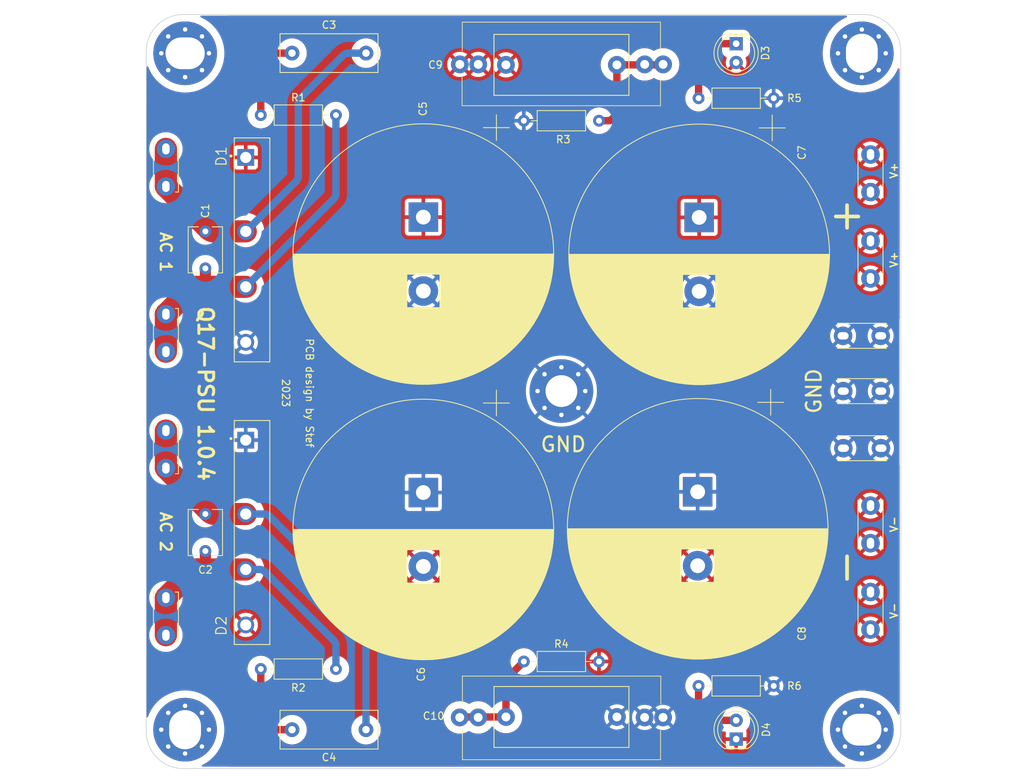
<source format=kicad_pcb>
(kicad_pcb (version 20221018) (generator pcbnew)
  (title_block (title "Q17 Power Supply") (date "2023-09-06") (rev "1.0.4") (company "by stef"))
  (layers (0 "F.Cu" signal) (31 "B.Cu" signal) (34 "B.Paste" user) (35 "F.Paste" user) (36 "B.SilkS" user "B.Silkscreen") (37 "F.SilkS" user "F.Silkscreen") (38 "B.Mask" user) (39 "F.Mask" user) (44 "Edge.Cuts" user))
  (net 0 "")
  (net 1 "GNDPWR")
  (net 2 "Net-(J1-1-Pin_1)")
  (net 3 "Net-(J1-3-Pin_1)")
  (net 4 "Net-(J1-2-Pin_1)")
  (net 5 "Net-(J1-4-Pin_1)")
  (net 6 "Net-(D3-K)")
  (net 7 "Net-(D4-A)")
  (net 8 "Net-(C3-Pad2)")
  (net 9 "Net-(C4-Pad2)")
  (net 10 "Net-(C9-Pad2)")
  (net 11 "Net-(C10-Pad2)")
  (net 12 "Net-(D3-A)")
  (net 13 "Net-(D4-K)")
  (footprint "Capacitor_THT:C_Rect_L13.0mm_W5.0mm_P10.00mm_FKS3_FKP3_MKS4" (layer "F.Cu") (at 127.762 45.212 180)
    (fp_text reference "C3" (at 5 3.81 180) (layer "F.SilkS"))
    (fp_text value "10nF")
    (pad "1" thru_hole circle (at 0 0 180) (size 2 2) (drill 1) (layers "*.Cu" "*.Mask") (net 2 "Net-(J1-1-Pin_1)"))
    (pad "2" thru_hole circle (at 10 0 180) (size 2 2) (drill 1) (layers "*.Cu" "*.Mask") (net 8 "Net-(C3-Pad2)"))
  )
  (footprint "Q17_Library:DIOB_GBJ2510" (layer "F.Cu") (at 112.356 110.05744 -90)
    (fp_text reference "D2" (at 12.62456 4.152 -90) (layer "F.SilkS") (effects (font (size 1.4 1.4))))
    (fp_text value "GBJ2510")
    (pad "1" thru_hole rect (at -12.5 0.85 270) (size 2.27 2.27) (drill 1.51) (layers "*.Cu" "*.Mask") (net 1 "GNDPWR"))
    (pad "2" thru_hole circle (at -2.5 0.85 270) (size 2.27 2.27) (drill 1.51) (layers "*.Cu" "*.Mask") (net 3 "Net-(J1-3-Pin_1)"))
    (pad "3" thru_hole circle (at 5 0.85 270) (size 2.27 2.27) (drill 1.51) (layers "*.Cu" "*.Mask") (net 5 "Net-(J1-4-Pin_1)"))
    (pad "4" thru_hole circle (at 12.5 0.85 270) (size 2.27 2.27) (drill 1.51) (layers "*.Cu" "*.Mask") (net 13 "Net-(D4-K)"))
  )
  (footprint "Capacitor_THT:C_Disc_D6.0mm_W4.4mm_P5.00mm" (layer "F.Cu") (at 106.04628 107.55744 -90)
    (fp_text reference "C2" (at 7.547355 -0.011567) (layer "F.SilkS"))
    (fp_text value "10nF")
    (pad "1" thru_hole circle (at 0 0 270) (size 1.6 1.6) (drill 0.8) (layers "*.Cu" "*.Mask") (net 3 "Net-(J1-3-Pin_1)"))
    (pad "2" thru_hole circle (at 5 0 270) (size 1.6 1.6) (drill 0.8) (layers "*.Cu" "*.Mask") (net 5 "Net-(J1-4-Pin_1)"))
  )
  (footprint "Capacitor_THT:CP_Radial_D35.0mm_P10.00mm_SnapIn" (layer "F.Cu") (at 135.513301 67.394442 -90)
    (fp_text reference "C5" (at -14.648184 0.05248 -90) (layer "F.SilkS"))
    (fp_text value "10000uF 63v")
    (pad "1" thru_hole rect (at 0 0 270) (size 4 4) (drill 2) (layers "*.Cu" "*.Mask") (net 12 "Net-(D3-A)"))
    (pad "2" thru_hole circle (at 10 0 270) (size 4 4) (drill 2) (layers "*.Cu" "*.Mask") (net 1 "GNDPWR"))
  )
  (footprint "Q17_Library:Faston_Connector_63849-1_TEC" (layer "F.Cu") (at 100.71228 96.266 90)
    (fp_text reference "J1-3" hide)
    (fp_text value "AC2-1" hide)
    (pad "1" thru_hole circle (at -5.08 0 90) (size 2.5 2.5) (drill oval 1.5 1) (layers "*.Cu" "*.Mask") (net 3 "Net-(J1-3-Pin_1)"))
    (pad "1" thru_hole circle (at 0 0 90) (size 2.5 2.5) (drill oval 1.5 1) (layers "*.Cu" "*.Mask") (net 3 "Net-(J1-3-Pin_1)"))
  )
  (footprint "Q17_Library:C_Rect_Q17_PSU_L26.50_H11.00_P20.50" (layer "F.Cu") (at 142.934353 46.736)
    (fp_text reference "C9" (at -5.779934 0.063) (layer "F.SilkS"))
    (fp_text value "220nf" hide)
    (pad "1" thru_hole circle (at -2.4892 0) (size 2.4 2.4) (drill 1.2) (layers "*.Cu" "*.Mask") (net 12 "Net-(D3-A)"))
    (pad "1" thru_hole circle (at 0 0) (size 2.4 2.4) (drill 1.2) (layers "*.Cu" "*.Mask") (net 12 "Net-(D3-A)"))
    (pad "1" thru_hole circle (at 3.743647 0.063) (size 2.4 2.4) (drill 1.2) (layers "*.Cu" "*.Mask") (net 12 "Net-(D3-A)"))
    (pad "2" thru_hole circle (at 18.743647 0.063) (size 2.4 2.4) (drill 1.2) (layers "*.Cu" "*.Mask") (net 10 "Net-(C9-Pad2)"))
    (pad "2" thru_hole circle (at 22.5 0 180) (size 2.4 2.4) (drill 1.2) (layers "*.Cu" "*.Mask") (net 10 "Net-(C9-Pad2)"))
    (pad "2" thru_hole circle (at 24.9936 0 180) (size 2.4 2.4) (drill 1.2) (layers "*.Cu" "*.Mask") (net 10 "Net-(C9-Pad2)"))
  )
  (footprint "Q17_Library:Faston_Connector_63849-1_TEC" (layer "F.Cu") (at 100.71228 118.872 90)
    (fp_text reference "J1-4" hide)
    (fp_text value "AC2-2" hide)
    (pad "1" thru_hole circle (at -5.08 0 90) (size 2.5 2.5) (drill oval 1.5 1) (layers "*.Cu" "*.Mask") (net 5 "Net-(J1-4-Pin_1)"))
    (pad "1" thru_hole circle (at 0 0 90) (size 2.5 2.5) (drill oval 1.5 1) (layers "*.Cu" "*.Mask") (net 5 "Net-(J1-4-Pin_1)"))
  )
  (footprint "MountingHole:MountingHole_4.3mm_M4_Pad_Via" (layer "F.Cu") (at 154.178 90.926419)
    (fp_text reference "#GROUND01" hide)
    (fp_text value "MountingHole_4.3mm_M4_Pad_Via" hide)
    (pad "1" thru_hole circle (at -3.225 0) (size 0.9 0.9) (drill 0.6) (layers "*.Cu" "*.Mask") (net 1 "GNDPWR"))
    (pad "1" thru_hole circle (at -2.280419 -2.280419) (size 0.9 0.9) (drill 0.6) (layers "*.Cu" "*.Mask") (net 1 "GNDPWR"))
    (pad "1" thru_hole circle (at -2.280419 2.280419) (size 0.9 0.9) (drill 0.6) (layers "*.Cu" "*.Mask") (net 1 "GNDPWR"))
    (pad "1" thru_hole circle (at 0 -3.225) (size 0.9 0.9) (drill 0.6) (layers "*.Cu" "*.Mask") (net 1 "GNDPWR"))
    (pad "1" thru_hole circle (at 0 0) (size 8.6 8.6) (drill 4.3) (layers "*.Cu" "*.Mask") (net 1 "GNDPWR"))
    (pad "1" thru_hole circle (at 0 3.225) (size 0.9 0.9) (drill 0.6) (layers "*.Cu" "*.Mask") (net 1 "GNDPWR"))
    (pad "1" thru_hole circle (at 2.280419 -2.280419) (size 0.9 0.9) (drill 0.6) (layers "*.Cu" "*.Mask") (net 1 "GNDPWR"))
    (pad "1" thru_hole circle (at 2.280419 2.280419) (size 0.9 0.9) (drill 0.6) (layers "*.Cu" "*.Mask") (net 1 "GNDPWR"))
    (pad "1" thru_hole circle (at 3.225 0) (size 0.9 0.9) (drill 0.6) (layers "*.Cu" "*.Mask") (net 1 "GNDPWR"))
  )
  (footprint "Q17_Library:Faston_Connector_63849-1_TEC" (layer "F.Cu") (at 192.278 90.932 180)
    (fp_text reference "J2-4" hide)
    (fp_text value "GNDPWR" hide)
    (pad "1" thru_hole circle (at -5.08 0 180) (size 2.5 2.5) (drill oval 1.5 1) (layers "*.Cu" "*.Mask") (net 1 "GNDPWR"))
    (pad "1" thru_hole circle (at 0 0 180) (size 2.5 2.5) (drill oval 1.5 1) (layers "*.Cu" "*.Mask") (net 1 "GNDPWR"))
  )
  (footprint "Q17_Library:Faston_Connector_63849-1_TEC" (layer "F.Cu") (at 192.295665 98.653992 180)
    (fp_text reference "J2-5" hide)
    (fp_text value "GNDPWR" hide)
    (pad "1" thru_hole circle (at -5.08 0 180) (size 2.5 2.5) (drill oval 1.5 1) (layers "*.Cu" "*.Mask") (net 1 "GNDPWR"))
    (pad "1" thru_hole circle (at 0 0 180) (size 2.5 2.5) (drill oval 1.5 1) (layers "*.Cu" "*.Mask") (net 1 "GNDPWR"))
  )
  (footprint "Capacitor_THT:C_Disc_D6.0mm_W4.4mm_P5.00mm" (layer "F.Cu") (at 106.04628 69.324941 -90)
    (fp_text reference "C1" (at -2.776941 0.000992 90) (layer "F.SilkS"))
    (fp_text value "10nF")
    (pad "1" thru_hole circle (at 0 0 270) (size 1.6 1.6) (drill 0.8) (layers "*.Cu" "*.Mask") (net 2 "Net-(J1-1-Pin_1)"))
    (pad "2" thru_hole circle (at 5 0 270) (size 1.6 1.6) (drill 0.8) (layers "*.Cu" "*.Mask") (net 4 "Net-(J1-2-Pin_1)"))
  )
  (footprint "Q17_Library:Faston_Connector_63849-1_TEC" (layer "F.Cu") (at 100.71228 58.166 90)
    (fp_text reference "J1-1" hide)
    (fp_text value "AC1-1" hide)
    (pad "1" thru_hole circle (at -5.08 0 90) (size 2.5 2.5) (drill oval 1.5 1) (layers "*.Cu" "*.Mask") (net 2 "Net-(J1-1-Pin_1)"))
    (pad "1" thru_hole circle (at 0 0 90) (size 2.5 2.5) (drill oval 1.5 1) (layers "*.Cu" "*.Mask") (net 2 "Net-(J1-1-Pin_1)"))
  )
  (footprint "MountingHole:MountingHole_4.3mm_M4_Pad_Via" (layer "F.Cu") (at 194.79428 136.729763)
    (fp_text reference "REF**" hide)
    (fp_text value "MountingHole_4.3mm_M4_Pad_Via")
    (pad "1" thru_hole circle (at -3.225 0) (size 0.9 0.9) (drill 0.6) (layers "*.Cu" "*.Mask"))
    (pad "1" thru_hole circle (at -2.280419 -2.280419) (size 0.9 0.9) (drill 0.6) (layers "*.Cu" "*.Mask"))
    (pad "1" thru_hole circle (at -2.280419 2.280419) (size 0.9 0.9) (drill 0.6) (layers "*.Cu" "*.Mask"))
    (pad "1" thru_hole circle (at 0 -3.225) (size 0.9 0.9) (drill 0.6) (layers "*.Cu" "*.Mask"))
    (pad "1" thru_hole circle (at 0 0) (size 8.6 8.6) (drill oval 5.3 4.3) (layers "*.Cu" "*.Mask"))
    (pad "1" thru_hole circle (at 0 3.225) (size 0.9 0.9) (drill 0.6) (layers "*.Cu" "*.Mask"))
    (pad "1" thru_hole circle (at 2.280419 -2.280419) (size 0.9 0.9) (drill 0.6) (layers "*.Cu" "*.Mask"))
    (pad "1" thru_hole circle (at 2.280419 2.280419) (size 0.9 0.9) (drill 0.6) (layers "*.Cu" "*.Mask"))
    (pad "1" thru_hole circle (at 3.225 0) (size 0.9 0.9) (drill 0.6) (layers "*.Cu" "*.Mask"))
  )
  (footprint "Capacitor_THT:CP_Radial_D35.0mm_P10.00mm_SnapIn" (layer "F.Cu") (at 172.597301 104.554 -90)
    (fp_text reference "C8" (at 19.181059 -14.092699 -90) (layer "F.SilkS"))
    (fp_text value "10000uF 63v")
    (pad "1" thru_hole rect (at 0 0 270) (size 4 4) (drill 2) (layers "*.Cu" "*.Mask") (net 1 "GNDPWR"))
    (pad "2" thru_hole circle (at 10 0 270) (size 4 4) (drill 2) (layers "*.Cu" "*.Mask") (net 13 "Net-(D4-K)"))
  )
  (footprint "Resistor_THT:R_Axial_DIN0207_L6.3mm_D2.5mm_P10.16mm_Horizontal" (layer "F.Cu") (at 113.538 128.524)
    (fp_text reference "R2" (at 5.08 2.54) (layer "F.SilkS"))
    (fp_text value "10R")
    (pad "1" thru_hole circle (at 0 0) (size 1.6 1.6) (drill 0.8) (layers "*.Cu" "*.Mask") (net 9 "Net-(C4-Pad2)"))
    (pad "2" thru_hole oval (at 10.16 0) (size 1.6 1.6) (drill 0.8) (layers "*.Cu" "*.Mask") (net 5 "Net-(J1-4-Pin_1)"))
  )
  (footprint "Resistor_THT:R_Axial_DIN0207_L6.3mm_D2.5mm_P10.16mm_Horizontal" (layer "F.Cu") (at 149.098 127.508)
    (fp_text reference "R4" (at 5.08 -2.37) (layer "F.SilkS"))
    (fp_text value "10R" hide)
    (pad "1" thru_hole circle (at 0 0) (size 1.6 1.6) (drill 0.8) (layers "*.Cu" "*.Mask") (net 11 "Net-(C10-Pad2)"))
    (pad "2" thru_hole oval (at 10.16 0) (size 1.6 1.6) (drill 0.8) (layers "*.Cu" "*.Mask") (net 13 "Net-(D4-K)"))
  )
  (footprint "LED_THT:LED_D5.0mm" (layer "F.Cu") (at 177.8 138.004763 90)
    (fp_text reference "D4" (at 1.27 4.064 90) (layer "F.SilkS"))
    (fp_text value "LED")
    (pad "1" thru_hole rect (at 0 0 90) (size 1.8 1.8) (drill 0.9) (layers "*.Cu" "*.Mask") (net 13 "Net-(D4-K)"))
    (pad "2" thru_hole circle (at 2.54 0 90) (size 1.8 1.8) (drill 0.9) (layers "*.Cu" "*.Mask") (net 7 "Net-(D4-A)"))
  )
  (footprint "Q17_Library:Faston_Connector_63849-1_TEC" (layer "F.Cu") (at 195.96228 75.692 -90)
    (fp_text reference "J2-2" hide)
    (fp_text value "V+" (at -2.54 -3.17372 90) (layer "F.SilkS") (effects (font (thickness 0.2) bold)))
    (pad "1" thru_hole circle (at -5.08 0 270) (size 2.5 2.5) (drill oval 1.5 1) (layers "*.Cu" "*.Mask") (net 12 "Net-(D3-A)"))
    (pad "1" thru_hole circle (at 0 0 270) (size 2.5 2.5) (drill oval 1.5 1) (layers "*.Cu" "*.Mask") (net 12 "Net-(D3-A)"))
  )
  (footprint "Q17_Library:Faston_Connector_63849-1_TEC" (layer "F.Cu") (at 192.255665 83.453992 180)
    (fp_text reference "J2-3" hide)
    (fp_text value "GNDPWR" hide)
    (pad "1" thru_hole circle (at -5.08 0 180) (size 2.5 2.5) (drill oval 1.5 1) (layers "*.Cu" "*.Mask") (net 1 "GNDPWR"))
    (pad "1" thru_hole circle (at 0 0 180) (size 2.5 2.5) (drill oval 1.5 1) (layers "*.Cu" "*.Mask") (net 1 "GNDPWR"))
  )
  (footprint "Q17_Library:Faston_Connector_63849-1_TEC" (layer "F.Cu") (at 195.96228 111.506 -90)
    (fp_text reference "J2-6" hide)
    (fp_text value "V-" (at -2.554323 -3.17372 90) (layer "F.SilkS") (effects (font (thickness 0.2) bold)))
    (pad "1" thru_hole circle (at -5.08 0 270) (size 2.5 2.5) (drill oval 1.5 1) (layers "*.Cu" "*.Mask") (net 13 "Net-(D4-K)"))
    (pad "1" thru_hole circle (at 0 0 270) (size 2.5 2.5) (drill oval 1.5 1) (layers "*.Cu" "*.Mask") (net 13 "Net-(D4-K)"))
  )
  (footprint "Capacitor_THT:C_Rect_L13.0mm_W5.0mm_P10.00mm_FKS3_FKP3_MKS4" (layer "F.Cu") (at 127.762 136.729763 180)
    (fp_text reference "C4" (at 5 -3.75 180) (layer "F.SilkS"))
    (fp_text value "10nF")
    (pad "1" thru_hole circle (at 0 0 180) (size 2 2) (drill 1) (layers "*.Cu" "*.Mask") (net 3 "Net-(J1-3-Pin_1)"))
    (pad "2" thru_hole circle (at 10 0 180) (size 2 2) (drill 1) (layers "*.Cu" "*.Mask") (net 9 "Net-(C4-Pad2)"))
  )
  (footprint "Q17_Library:DIOB_GBJ2510" (layer "F.Cu") (at 112.356 71.824941 -90)
    (fp_text reference "D1" (at -12.642941 4.152 -90) (layer "F.SilkS") (effects (font (size 1.4 1.4))))
    (fp_text value "GBJ2510")
    (pad "1" thru_hole rect (at -12.5 0.85 270) (size 2.27 2.27) (drill 1.51) (layers "*.Cu" "*.Mask") (net 12 "Net-(D3-A)"))
    (pad "2" thru_hole circle (at -2.5 0.85 270) (size 2.27 2.27) (drill 1.51) (layers "*.Cu" "*.Mask") (net 2 "Net-(J1-1-Pin_1)"))
    (pad "3" thru_hole circle (at 5 0.85 270) (size 2.27 2.27) (drill 1.51) (layers "*.Cu" "*.Mask") (net 4 "Net-(J1-2-Pin_1)"))
    (pad "4" thru_hole circle (at 12.5 0.85 270) (size 2.27 2.27) (drill 1.51) (layers "*.Cu" "*.Mask") (net 1 "GNDPWR"))
  )
  (footprint "Q17_Library:Faston_Connector_63849-1_TEC" (layer "F.Cu") (at 100.71228 80.518 90)
    (fp_text reference "J1-2" hide)
    (fp_text value "AC1-2" hide)
    (pad "1" thru_hole circle (at -5.08 0 90) (size 2.5 2.5) (drill oval 1.5 1) (layers "*.Cu" "*.Mask") (net 4 "Net-(J1-2-Pin_1)"))
    (pad "1" thru_hole circle (at 0 0 90) (size 2.5 2.5) (drill oval 1.5 1) (layers "*.Cu" "*.Mask") (net 4 "Net-(J1-2-Pin_1)"))
  )
  (footprint "Resistor_THT:R_Axial_DIN0207_L6.3mm_D2.5mm_P10.16mm_Horizontal" (layer "F.Cu") (at 159.258 54.356 180)
    (fp_text reference "R3" (at 4.826 -2.54) (layer "F.SilkS"))
    (fp_text value "10R" hide)
    (pad "1" thru_hole circle (at 0 0 180) (size 1.6 1.6) (drill 0.8) (layers "*.Cu" "*.Mask") (net 10 "Net-(C9-Pad2)"))
    (pad "2" thru_hole oval (at 10.16 0 180) (size 1.6 1.6) (drill 0.8) (layers "*.Cu" "*.Mask") (net 1 "GNDPWR"))
  )
  (footprint "MountingHole:MountingHole_4.3mm_M4_Pad_Via" (layer "F.Cu") (at 194.79428 45.238963)
    (fp_text reference "REF**" hide)
    (fp_text value "MountingHole_4.3mm_M4_Pad_Via")
    (pad "1" thru_hole circle (at -3.225 0) (size 0.9 0.9) (drill 0.6) (layers "*.Cu" "*.Mask"))
    (pad "1" thru_hole circle (at -2.280419 -2.280419) (size 0.9 0.9) (drill 0.6) (layers "*.Cu" "*.Mask"))
    (pad "1" thru_hole circle (at -2.280419 2.280419) (size 0.9 0.9) (drill 0.6) (layers "*.Cu" "*.Mask"))
    (pad "1" thru_hole circle (at 0 -3.225) (size 0.9 0.9) (drill 0.6) (layers "*.Cu" "*.Mask"))
    (pad "1" thru_hole circle (at 0 0) (size 8.6 8.6) (drill oval 4.3 5.3) (layers "*.Cu" "*.Mask"))
    (pad "1" thru_hole circle (at 0 3.225) (size 0.9 0.9) (drill 0.6) (layers "*.Cu" "*.Mask"))
    (pad "1" thru_hole circle (at 2.280419 -2.280419) (size 0.9 0.9) (drill 0.6) (layers "*.Cu" "*.Mask"))
    (pad "1" thru_hole circle (at 2.280419 2.280419) (size 0.9 0.9) (drill 0.6) (layers "*.Cu" "*.Mask"))
    (pad "1" thru_hole circle (at 3.225 0) (size 0.9 0.9) (drill 0.6) (layers "*.Cu" "*.Mask"))
  )
  (footprint "Capacitor_THT:CP_Radial_D35.0mm_P10.00mm_SnapIn" (layer "F.Cu") (at 135.513301 104.648 -90)
    (fp_text reference "C6" (at 24.589317 0.30648 -90) (layer "F.SilkS"))
    (fp_text value "10000uF 63v")
    (pad "1" thru_hole rect (at 0 0 270) (size 4 4) (drill 2) (layers "*.Cu" "*.Mask") (net 1 "GNDPWR"))
    (pad "2" thru_hole circle (at 10 0 270) (size 4 4) (drill 2) (layers "*.Cu" "*.Mask") (net 13 "Net-(D4-K)"))
  )
  (footprint "Q17_Library:C_Rect_Q17_PSU_L26.50_H11.00_P20.50" (layer "F.Cu") (at 165.427229 135.072553 180)
    (fp_text reference "C10" (at 28.521229 0.198553 180) (layer "F.SilkS"))
    (fp_text value "220nF" hide)
    (pad "1" thru_hole circle (at -2.4892 0 180) (size 2.4 2.4) (drill 1.2) (layers "*.Cu" "*.Mask") (net 1 "GNDPWR"))
    (pad "1" thru_hole circle (at 0 0 180) (size 2.4 2.4) (drill 1.2) (layers "*.Cu" "*.Mask") (net 1 "GNDPWR"))
    (pad "1" thru_hole circle (at 3.743647 0.063 180) (size 2.4 2.4) (drill 1.2) (layers "*.Cu" "*.Mask") (net 1 "GNDPWR"))
    (pad "2" thru_hole circle (at 18.743647 0.063 180) (size 2.4 2.4) (drill 1.2) (layers "*.Cu" "*.Mask") (net 11 "Net-(C10-Pad2)"))
    (pad "2" thru_hole circle (at 22.5 0) (size 2.4 2.4) (drill 1.2) (layers "*.Cu" "*.Mask") (net 11 "Net-(C10-Pad2)"))
    (pad "2" thru_hole circle (at 24.9936 0) (size 2.4 2.4) (drill 1.2) (layers "*.Cu" "*.Mask") (net 11 "Net-(C10-Pad2)"))
  )
  (footprint "LED_THT:LED_D5.0mm" (layer "F.Cu") (at 177.8 43.937 -90)
    (fp_text reference "D3" (at 1.27 -3.96 -90) (layer "F.SilkS"))
    (fp_text value "LED")
    (pad "1" thru_hole rect (at 0 0 270) (size 1.8 1.8) (drill 0.9) (layers "*.Cu" "*.Mask") (net 6 "Net-(D3-K)"))
    (pad "2" thru_hole circle (at 2.54 0 270) (size 1.8 1.8) (drill 0.9) (layers "*.Cu" "*.Mask") (net 12 "Net-(D3-A)"))
  )
  (footprint "MountingHole:MountingHole_4.3mm_M4_Pad_Via" (layer "F.Cu") (at 103.309061 45.233382)
    (fp_text reference "REF**" hide)
    (fp_text value "MountingHole_4.3mm_M4_Pad_Via")
    (pad "1" thru_hole circle (at -3.225 0) (size 0.9 0.9) (drill 0.6) (layers "*.Cu" "*.Mask"))
    (pad "1" thru_hole circle (at -2.280419 -2.280419) (size 0.9 0.9) (drill 0.6) (layers "*.Cu" "*.Mask"))
    (pad "1" thru_hole circle (at -2.280419 2.280419) (size 0.9 0.9) (drill 0.6) (layers "*.Cu" "*.Mask"))
    (pad "1" thru_hole circle (at 0 -3.225) (size 0.9 0.9) (drill 0.6) (layers "*.Cu" "*.Mask"))
    (pad "1" thru_hole circle (at 0 0) (size 8.6 8.6) (drill oval 5.3 4.3) (layers "*.Cu" "*.Mask"))
    (pad "1" thru_hole circle (at 0 3.225) (size 0.9 0.9) (drill 0.6) (layers "*.Cu" "*.Mask"))
    (pad "1" thru_hole circle (at 2.280419 -2.280419) (size 0.9 0.9) (drill 0.6) (layers "*.Cu" "*.Mask"))
    (pad "1" thru_hole circle (at 2.280419 2.280419) (size 0.9 0.9) (drill 0.6) (layers "*.Cu" "*.Mask"))
    (pad "1" thru_hole circle (at 3.225 0) (size 0.9 0.9) (drill 0.6) (layers "*.Cu" "*.Mask"))
  )
  (footprint "Resistor_THT:R_Axial_DIN0207_L6.3mm_D2.5mm_P10.16mm_Horizontal" (layer "F.Cu") (at 113.538 53.594)
    (fp_text reference "R1" (at 5.08 -2.37) (layer "F.SilkS"))
    (fp_text value "10R")
    (pad "1" thru_hole circle (at 0 0) (size 1.6 1.6) (drill 0.8) (layers "*.Cu" "*.Mask") (net 8 "Net-(C3-Pad2)"))
    (pad "2" thru_hole oval (at 10.16 0) (size 1.6 1.6) (drill 0.8) (layers "*.Cu" "*.Mask") (net 4 "Net-(J1-2-Pin_1)"))
  )
  (footprint "Q17_Library:Faston_Connector_63849-1_TEC" (layer "F.Cu") (at 195.96228 64.008 -90)
    (fp_text reference "J2-1" hide)
    (fp_text value "V+" (at -2.8956 -3.17372 90) (layer "F.SilkS") (effects (font (thickness 0.2) bold)))
    (pad "1" thru_hole circle (at -5.08 0 270) (size 2.5 2.5) (drill oval 1.5 1) (layers "*.Cu" "*.Mask") (net 12 "Net-(D3-A)"))
    (pad "1" thru_hole circle (at 0 0 270) (size 2.5 2.5) (drill oval 1.5 1) (layers "*.Cu" "*.Mask") (net 12 "Net-(D3-A)"))
  )
  (footprint "Resistor_THT:R_Axial_DIN0207_L6.3mm_D2.5mm_P10.16mm_Horizontal" (layer "F.Cu") (at 172.72 51.308)
    (fp_text reference "R5" (at 12.954 0) (layer "F.SilkS"))
    (fp_text value "10K")
    (pad "1" thru_hole circle (at 0 0) (size 1.6 1.6) (drill 0.8) (layers "*.Cu" "*.Mask") (net 6 "Net-(D3-K)"))
    (pad "2" thru_hole oval (at 10.16 0) (size 1.6 1.6) (drill 0.8) (layers "*.Cu" "*.Mask") (net 1 "GNDPWR"))
  )
  (footprint "Capacitor_THT:CP_Radial_D35.0mm_P10.00mm_SnapIn" (layer "F.Cu") (at 172.800501 67.432941 -90)
    (fp_text reference "C7" (at -8.758941 -13.889499 -90) (layer "F.SilkS"))
    (fp_text value "10000uF 63v")
    (pad "1" thru_hole rect (at 0 0 270) (size 4 4) (drill 2) (layers "*.Cu" "*.Mask") (net 12 "Net-(D3-A)"))
    (pad "2" thru_hole circle (at 10 0 270) (size 4 4) (drill 2) (layers "*.Cu" "*.Mask") (net 1 "GNDPWR"))
  )
  (footprint "Q17_Library:Faston_Connector_63849-1_TEC" (layer "F.Cu") (at 195.96228 123.19 -90)
    (fp_text reference "J2-7" hide)
    (fp_text value "V-" (at -2.54 -3.17372 90) (layer "F.SilkS") (effects (font (thickness 0.2) bold)))
    (pad "1" thru_hole circle (at -5.08 0 270) (size 2.5 2.5) (drill oval 1.5 1) (layers "*.Cu" "*.Mask") (net 13 "Net-(D4-K)"))
    (pad "1" thru_hole circle (at 0 0 270) (size 2.5 2.5) (drill oval 1.5 1) (layers "*.Cu" "*.Mask") (net 13 "Net-(D4-K)"))
  )
  (footprint "MountingHole:MountingHole_4.3mm_M4_Pad_Via" (layer "F.Cu") (at 103.30348 136.729763)
    (fp_text reference "REF**" hide)
    (fp_text value "MountingHole_4.3mm_M4_Pad_Via")
    (pad "1" thru_hole circle (at -3.225 0) (size 0.9 0.9) (drill 0.6) (layers "*.Cu" "*.Mask"))
    (pad "1" thru_hole circle (at -2.280419 -2.280419) (size 0.9 0.9) (drill 0.6) (layers "*.Cu" "*.Mask"))
    (pad "1" thru_hole circle (at -2.280419 2.280419) (size 0.9 0.9) (drill 0.6) (layers "*.Cu" "*.Mask"))
    (pad "1" thru_hole circle (at 0 -3.225) (size 0.9 0.9) (drill 0.6) (layers "*.Cu" "*.Mask"))
    (pad "1" thru_hole circle (at 0 0) (size 8.6 8.6) (drill oval 4.3 5.3) (layers "*.Cu" "*.Mask"))
    (pad "1" thru_hole circle (at 0 3.225) (size 0.9 0.9) (drill 0.6) (layers "*.Cu" "*.Mask"))
    (pad "1" thru_hole circle (at 2.280419 -2.280419) (size 0.9 0.9) (drill 0.6) (layers "*.Cu" "*.Mask"))
    (pad "1" thru_hole circle (at 2.280419 2.280419) (size 0.9 0.9) (drill 0.6) (layers "*.Cu" "*.Mask"))
    (pad "1" thru_hole circle (at 3.225 0) (size 0.9 0.9) (drill 0.6) (layers "*.Cu" "*.Mask"))
  )
  (footprint "Resistor_THT:R_Axial_DIN0207_L6.3mm_D2.5mm_P10.16mm_Horizontal" (layer "F.Cu") (at 182.88 130.81 180)
    (fp_text reference "R6" (at -2.794 0) (layer "F.SilkS"))
    (fp_text value "10K")
    (pad "1" thru_hole circle (at 0 0 180) (size 1.6 1.6) (drill 0.8) (layers "*.Cu" "*.Mask") (net 1 "GNDPWR"))
    (pad "2" thru_hole oval (at 10.16 0 180) (size 1.6 1.6) (drill 0.8) (layers "*.Cu" "*.Mask") (net 7 "Net-(D4-A)"))
  )
  (gr_line (start 98.05348 136.988963) (end 98.05348 44.988963) (stroke (width 0.1)) (layer "Edge.Cuts"))
  (gr_arc (start 200.05348 136.988963) (mid 198.589 140.524471) (end 195.05348 141.988963) (stroke (width 0.1)) (layer "Edge.Cuts"))
  (gr_line (start 103.05348 39.988963) (end 195.05348 39.988963) (stroke (width 0.1)) (layer "Edge.Cuts"))
  (gr_line (start 195.05348 141.988963) (end 103.05348 141.988963) (stroke (width 0.1)) (layer "Edge.Cuts"))
  (gr_line (start 200.05348 44.988963) (end 200.05348 136.988963) (stroke (width 0.1)) (layer "Edge.Cuts"))
  (gr_arc (start 98.05348 44.988963) (mid 99.517946 41.453429) (end 103.05348 39.988963) (stroke (width 0.1)) (layer "Edge.Cuts"))
  (gr_arc (start 103.05348 141.988963) (mid 99.517932 140.524499) (end 98.05348 136.988963) (stroke (width 0.1)) (layer "Edge.Cuts"))
  (gr_arc (start 195.05348 39.988963) (mid 198.589 41.453432) (end 200.05348 44.988963) (stroke (width 0.1)) (layer "Edge.Cuts"))
  (gr_text "GND" (at 154.432 99.314) (layer "F.SilkS") (effects (font (size 2 2) (thickness 0.3) bold) (justify bottom)))
  (gr_text "-" (at 190.754 114.808 270) (layer "F.SilkS") (effects (font (size 4 4) (thickness 0.5)) (justify bottom)))
  (gr_text "PCB design by Stef\n\n2023" (at 116.332 91.186 -90) (layer "F.SilkS") (effects (font (size 1 1)) (justify bottom)))
  (gr_text "Q17-PSU 1.0.4" (at 104.902 79.248 270) (layer "F.SilkS") (effects (font (size 2 2) (thickness 0.4) bold) (justify left bottom)))
  (gr_text "GND" (at 189.484 90.932 90) (layer "F.SilkS") (effects (font (size 2 2) (thickness 0.3) bold) (justify bottom)))
  (gr_text "+" (at 190.754 67.31 270) (layer "F.SilkS") (effects (font (size 4 4) (thickness 0.5)) (justify bottom)))
  (gr_text "AC 1" (at 99.822 72.136 270) (layer "F.SilkS") (effects (font (size 1.5 1.5) (thickness 0.3) bold) (justify bottom)))
  (gr_text "AC 2" (at 99.822 109.982 270) (layer "F.SilkS") (effects (font (size 1.5 1.5) (thickness 0.3) bold) (justify bottom)))
  (segment (start 107.205435 69.324941) (end 111.506 69.324941) (width 3) (layer "F.Cu") (net 2))
  (segment (start 100.71228 63.246) (end 106.498328 69.032048) (width 3) (layer "F.Cu") (net 2))
  (segment (start 100.71228 63.246) (end 100.71228 58.166) (width 3) (layer "F.Cu") (net 2))
  (arc (start 106.498328 69.032048) (mid 106.822751 69.248821) (end 107.205435 69.324941) (width 3) (layer "F.Cu") (net 2))
  (segment (start 111.523059 69.342) (end 118.325107 62.539952) (width 1) (layer "B.Cu") (net 2))
  (segment (start 118.910893 51.269107) (end 124.675107 45.504893) (width 1) (layer "B.Cu") (net 2))
  (segment (start 125.382214 45.212) (end 127.762 45.212) (width 1) (layer "B.Cu") (net 2))
  (segment (start 118.618 61.832845) (end 118.618 51.976214) (width 1) (layer "B.Cu") (net 2))
  (arc (start 124.675107 45.504893) (mid 124.99953 45.28812) (end 125.382214 45.212) (width 1) (layer "B.Cu") (net 2))
  (arc (start 118.910893 51.269107) (mid 118.69412 51.59353) (end 118.618 51.976214) (width 1) (layer "B.Cu") (net 2))
  (arc (start 118.325107 62.539952) (mid 118.54188 62.215529) (end 118.618 61.832845) (width 1) (layer "B.Cu") (net 2))
  (segment (start 106.630827 107.264547) (end 100.71228 101.346) (width 3) (layer "F.Cu") (net 3))
  (segment (start 100.71228 101.346) (end 100.71228 96.266) (width 3) (layer "F.Cu") (net 3))
  (segment (start 111.506 107.55744) (end 107.337934 107.55744) (width 3) (layer "F.Cu") (net 3))
  (arc (start 106.630827 107.264547) (mid 106.95525 107.48132) (end 107.337934 107.55744) (width 3) (layer "F.Cu") (net 3))
  (segment (start 111.506 107.55744) (end 114.001226 107.55744) (width 1) (layer "B.Cu") (net 3))
  (segment (start 114.708333 107.850333) (end 127.469107 120.611107) (width 1) (layer "B.Cu") (net 3))
  (segment (start 127.762 121.318214) (end 127.762 136.729763) (width 1) (layer "B.Cu") (net 3))
  (arc (start 127.469107 120.611107) (mid 127.68588 120.93553) (end 127.762 121.318214) (width 1) (layer "B.Cu") (net 3))
  (arc (start 114.708333 107.850333) (mid 114.38391 107.63356) (end 114.001226 107.55744) (width 1) (layer "B.Cu") (net 3))
  (segment (start 100.728887 80.501393) (end 100.71228 80.518) (width 3) (layer "F.Cu") (net 4))
  (segment (start 106.04628 74.324941) (end 106.04628 76.699221) (width 1.5) (layer "F.Cu") (net 4))
  (segment (start 104.112446 77.117834) (end 100.71228 80.518) (width 3) (layer "F.Cu") (net 4))
  (segment (start 100.71228 80.518) (end 100.71228 85.598) (width 3) (layer "F.Cu") (net 4))
  (segment (start 106.04628 76.699221) (end 102.227501 80.518) (width 0.25) (layer "F.Cu") (net 4))
  (segment (start 102.227501 80.518) (end 100.71228 80.518) (width 0.25) (layer "F.Cu") (net 4))
  (segment (start 111.506 76.824941) (end 104.819553 76.824941) (width 3) (layer "F.Cu") (net 4))
  (arc (start 104.112446 77.117834) (mid 104.436869 76.901061) (end 104.819553 76.824941) (width 3) (layer "F.Cu") (net 4))
  (segment (start 123.698 53.594) (end 123.698 64.218727) (width 1) (layer "B.Cu") (net 4))
  (segment (start 123.405107 64.925834) (end 111.506 76.824941) (width 1) (layer "B.Cu") (net 4))
  (arc (start 123.698 64.218727) (mid 123.62188 64.60141) (end 123.405107 64.925834) (width 1) (layer "B.Cu") (net 4))
  (segment (start 111.506 115.05744) (end 104.941054 115.05744) (width 3) (layer "F.Cu") (net 5))
  (segment (start 104.233947 115.350333) (end 100.71228 118.872) (width 3) (layer "F.Cu") (net 5))
  (segment (start 106.04628 114.92916) (end 105.664 115.31144) (width 0.25) (layer "F.Cu") (net 5))
  (segment (start 100.71228 118.872) (end 100.71228 123.952) (width 3) (layer "F.Cu") (net 5))
  (segment (start 106.04628 112.55744) (end 106.04628 114.92916) (width 1.5) (layer "F.Cu") (net 5))
  (arc (start 104.233947 115.350333) (mid 104.55837 115.13356) (end 104.941054 115.05744) (width 3) (layer "F.Cu") (net 5))
  (segment (start 111.506 115.05744) (end 113.373226 115.05744) (width 1) (layer "B.Cu") (net 5))
  (segment (start 114.080333 115.350333) (end 123.405107 124.675107) (width 1) (layer "B.Cu") (net 5))
  (segment (start 123.698 125.382214) (end 123.698 128.524) (width 1) (layer "B.Cu") (net 5))
  (arc (start 123.405107 124.675107) (mid 123.62188 124.99953) (end 123.698 125.382214) (width 1) (layer "B.Cu") (net 5))
  (arc (start 114.080333 115.350333) (mid 113.75591 115.13356) (end 113.373226 115.05744) (width 1) (layer "B.Cu") (net 5))
  (segment (start 172.866447 46.453833) (end 175.236834 44.083446) (width 1) (layer "F.Cu") (net 6))
  (segment (start 175.590387 43.937) (end 177.8 43.937) (width 1) (layer "F.Cu") (net 6))
  (segment (start 172.72 51.308) (end 172.72 46.807387) (width 1) (layer "F.Cu") (net 6))
  (arc (start 172.866447 46.453833) (mid 172.75806 46.616045) (end 172.72 46.807387) (width 1) (layer "F.Cu") (net 6))
  (arc (start 175.236834 44.083446) (mid 175.399046 43.97506) (end 175.590387 43.937) (width 1) (layer "F.Cu") (net 6))
  (segment (start 177.8 135.464763) (end 175.04187 135.464763) (width 1) (layer "F.Cu") (net 7))
  (segment (start 174.688316 135.318316) (end 172.866446 133.496446) (width 1) (layer "F.Cu") (net 7))
  (segment (start 172.72 133.142893) (end 172.72 130.81) (width 1) (layer "F.Cu") (net 7))
  (arc (start 172.866446 133.496446) (mid 172.75806 133.334234) (end 172.72 133.142893) (width 1) (layer "F.Cu") (net 7))
  (arc (start 175.04187 135.464763) (mid 174.850528 135.426703) (end 174.688316 135.318316) (width 1) (layer "F.Cu") (net 7))
  (segment (start 115.015107 45.212) (end 117.762 45.212) (width 1) (layer "F.Cu") (net 8))
  (segment (start 113.684447 46.335553) (end 114.661554 45.358446) (width 1) (layer "F.Cu") (net 8))
  (segment (start 113.538 53.594) (end 113.538 46.689107) (width 1) (layer "F.Cu") (net 8))
  (arc (start 115.015107 45.212) (mid 114.823766 45.25006) (end 114.661554 45.358446) (width 1) (layer "F.Cu") (net 8))
  (arc (start 113.684447 46.335553) (mid 113.57606 46.497765) (end 113.538 46.689107) (width 1) (layer "F.Cu") (net 8))
  (segment (start 115.85487 136.729763) (end 117.762 136.729763) (width 1) (layer "F.Cu") (net 9))
  (segment (start 113.684447 134.766447) (end 115.501317 136.583317) (width 1) (layer "F.Cu") (net 9))
  (segment (start 113.538 128.524) (end 113.538 134.412893) (width 1) (layer "F.Cu") (net 9))
  (arc (start 115.501317 136.583317) (mid 115.663529 136.691703) (end 115.85487 136.729763) (width 1) (layer "F.Cu") (net 9))
  (arc (start 113.684447 134.766447) (mid 113.57606 134.604235) (end 113.538 134.412893) (width 1) (layer "F.Cu") (net 9))
  (segment (start 161.531553 53.606447) (end 160.928446 54.209554) (width 1) (layer "F.Cu") (net 10))
  (segment (start 161.678 46.799) (end 167.864953 46.799) (width 1) (layer "F.Cu") (net 10))
  (segment (start 161.678 46.799) (end 161.678 53.252893) (width 1) (layer "F.Cu") (net 10))
  (segment (start 160.574893 54.356) (end 159.258 54.356) (width 1) (layer "F.Cu") (net 10))
  (arc (start 160.928446 54.209554) (mid 160.766234 54.31794) (end 160.574893 54.356) (width 1) (layer "F.Cu") (net 10))
  (arc (start 161.531553 53.606447) (mid 161.63994 53.444235) (end 161.678 53.252893) (width 1) (layer "F.Cu") (net 10))
  (segment (start 149.098 127.508) (end 146.830027 129.775973) (width 1) (layer "F.Cu") (net 11))
  (segment (start 146.683582 135.009553) (end 140.496629 135.009553) (width 1) (layer "F.Cu") (net 11))
  (segment (start 146.683581 130.129526) (end 146.683582 135.009553) (width 1) (layer "F.Cu") (net 11))
  (arc (start 146.683581 130.129526) (mid 146.721641 129.938185) (end 146.830027 129.775973) (width 1) (layer "F.Cu") (net 11))
  (zone (net 12) (net_name "Net-(D3-A)") (layer "F.Cu") (connect_pads (clearance 1)) (min_thickness 0.25) (fill yes (thermal_gap 0.5) (thermal_bridge_width 0.5) (island_removal_mode 1) (island_area_min 10))
    (polygon (pts (xy 199.898 40.132) (xy 199.898 81.28) (xy 189.484 81.28) (xy 189.484 90.135773) (xy 108.986719 90.511645) (xy 108.966 40.132)))
  )
  (zone (net 13) (net_name "Net-(D4-K)") (layer "F.Cu") (connect_pads (clearance 1)) (min_thickness 0.25) (fill yes (thermal_gap 0.5) (thermal_bridge_width 0.5) (island_removal_mode 1) (island_area_min 10))
    (polygon (pts (xy 189.483981 91.433055) (xy 189.484 100.838) (xy 199.898 100.838) (xy 199.898 141.732) (xy 109.0752 141.732) (xy 108.966 91.657523)))
  )
  (zone (net 1) (net_name "GNDPWR") (layer "B.Cu") (connect_pads (clearance 1)) (min_thickness 0.25) (fill yes (thermal_gap 0.5) (thermal_bridge_width 0.5) (island_removal_mode 1) (island_area_min 10))
    (polygon (pts (xy 199.85028 40.138163) (xy 199.90108 141.732) (xy 98.044 141.732) (xy 98.09788 40.138163)))
  )
)
</source>
